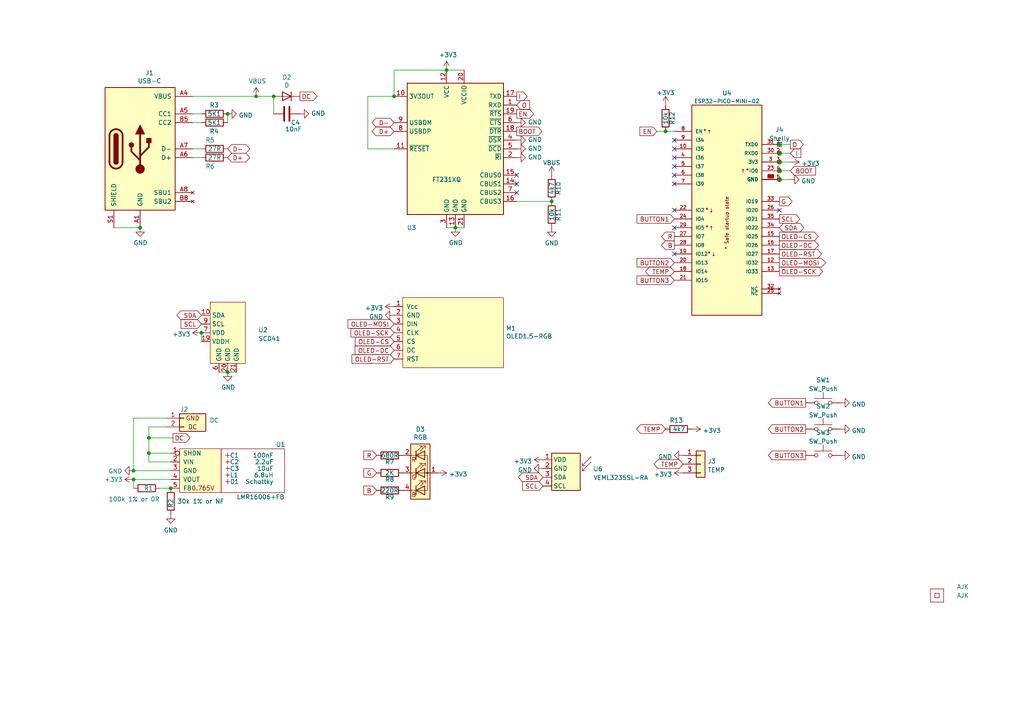
<source format=kicad_sch>
(kicad_sch (version 20211123) (generator eeschema)
  (paper "A4")
  (title_block (title "1.5\" OLED Module driver with GPIO") (date "${DATE}") (rev "4") (company "Adrian Kennard / Andrews & Arnold Ltd") (comment 1 "@TheRealRevK") (comment 2 "www.me.uk"))
  (lib_symbols
    (symbol "Connector_Generic:Conn_01x03" (pin_names (offset 1.016) hide)
      (property "Reference" "J" (at 0 5.08 0))
      (property "Value" "Conn_01x03" (at 0 -5.08 0))
      (symbol "Conn_01x03_1_1"
        (rectangle (start -1.27 -2.413) (end 0 -2.667) (stroke (width 0.1524)))
        (rectangle (start -1.27 0.127) (end 0 -0.127) (stroke (width 0.1524)))
        (rectangle (start -1.27 2.667) (end 0 2.413) (stroke (width 0.1524)))
        (rectangle (start -1.27 3.81) (end 1.27 -3.81) (stroke (width 0.254)) (fill (type background)))
        (pin passive line (at -5.08 2.54 0) (length 3.81) (name "Pin_1") (number "1"))
        (pin passive line (at -5.08 0 0) (length 3.81) (name "Pin_2") (number "2"))
        (pin passive line (at -5.08 -2.54 0) (length 3.81) (name "Pin_3") (number "3"))
      )
    )
    (symbol "Device:C" (pin_numbers hide) (pin_names (offset 0.254))
      (property "Reference" "C" (at 0.635 2.54 0))
      (property "Value" "C" (at 0.635 -2.54 0))
      (symbol "C_0_1"
        (polyline (pts (xy -2.032 -0.762) (xy 2.032 -0.762)) (stroke (width 0.508)))
        (polyline (pts (xy -2.032 0.762) (xy 2.032 0.762)) (stroke (width 0.508)))
      )
      (symbol "C_1_1"
        (pin passive line (at 0 3.81 270) (length 2.794) (name "~") (number "1"))
        (pin passive line (at 0 -3.81 90) (length 2.794) (name "~") (number "2"))
      )
    )
    (symbol "Device:D" (pin_numbers hide) (pin_names (offset 1.016) hide)
      (property "Reference" "D" (at 0 2.54 0))
      (property "Value" "D" (at 0 -2.54 0))
      (symbol "D_0_1"
        (polyline (pts (xy -1.27 1.27) (xy -1.27 -1.27)) (stroke (width 0.254)))
        (polyline (pts (xy 1.27 0) (xy -1.27 0)))
        (polyline (pts (xy 1.27 1.27) (xy 1.27 -1.27) (xy -1.27 0) (xy 1.27 1.27)) (stroke (width 0.254)))
      )
      (symbol "D_1_1"
        (pin passive line (at -3.81 0 0) (length 2.54) (name "K") (number "1"))
        (pin passive line (at 3.81 0 180) (length 2.54) (name "A") (number "2"))
      )
    )
    (symbol "Device:LED_ARGB" (pin_names (offset 0) hide)
      (property "Reference" "D" (at 0 9.398 0))
      (property "Value" "LED_ARGB" (at 0 -8.89 0))
      (symbol "LED_ARGB_0_0"
        (text "B" (at -1.905 -6.35 0) (effects (font (size 1.27 1.27))))
        (text "G" (at -1.905 -1.27 0) (effects (font (size 1.27 1.27))))
        (text "R" (at -1.905 3.81 0) (effects (font (size 1.27 1.27))))
      )
      (symbol "LED_ARGB_0_1"
        (polyline (pts (xy -1.27 -5.08) (xy -2.54 -5.08)))
        (polyline (pts (xy -1.27 -5.08) (xy 1.27 -5.08)))
        (polyline (pts (xy -1.27 -3.81) (xy -1.27 -6.35)) (stroke (width 0.254)))
        (polyline (pts (xy -1.27 0) (xy -2.54 0)))
        (polyline (pts (xy -1.27 1.27) (xy -1.27 -1.27)) (stroke (width 0.254)))
        (polyline (pts (xy -1.27 5.08) (xy -2.54 5.08)))
        (polyline (pts (xy -1.27 5.08) (xy 1.27 5.08)))
        (polyline (pts (xy -1.27 6.35) (xy -1.27 3.81)) (stroke (width 0.254)))
        (polyline (pts (xy 1.27 0) (xy -1.27 0)))
        (polyline (pts (xy 1.27 0) (xy 2.54 0)))
        (polyline (pts (xy -1.27 1.27) (xy -1.27 -1.27) (xy -1.27 -1.27)))
        (polyline (pts (xy -1.27 6.35) (xy -1.27 3.81) (xy -1.27 3.81)))
        (polyline (pts (xy 1.27 -5.08) (xy 2.032 -5.08) (xy 2.032 5.08) (xy 1.27 5.08)))
        (polyline (pts (xy 1.27 -3.81) (xy 1.27 -6.35) (xy -1.27 -5.08) (xy 1.27 -3.81)) (stroke (width 0.254)))
        (polyline (pts (xy 1.27 1.27) (xy 1.27 -1.27) (xy -1.27 0) (xy 1.27 1.27)) (stroke (width 0.254)))
        (polyline (pts (xy 1.27 6.35) (xy 1.27 3.81) (xy -1.27 5.08) (xy 1.27 6.35)) (stroke (width 0.254)))
        (polyline (pts (xy -1.016 -3.81) (xy 0.508 -2.286) (xy -0.254 -2.286) (xy 0.508 -2.286) (xy 0.508 -3.048)))
        (polyline (pts (xy -1.016 1.27) (xy 0.508 2.794) (xy -0.254 2.794) (xy 0.508 2.794) (xy 0.508 2.032)))
        (polyline (pts (xy -1.016 6.35) (xy 0.508 7.874) (xy -0.254 7.874) (xy 0.508 7.874) (xy 0.508 7.112)))
        (polyline (pts (xy 0 -3.81) (xy 1.524 -2.286) (xy 0.762 -2.286) (xy 1.524 -2.286) (xy 1.524 -3.048)))
        (polyline (pts (xy 0 1.27) (xy 1.524 2.794) (xy 0.762 2.794) (xy 1.524 2.794) (xy 1.524 2.032)))
        (polyline (pts (xy 0 6.35) (xy 1.524 7.874) (xy 0.762 7.874) (xy 1.524 7.874) (xy 1.524 7.112)))
        (rectangle (start 1.27 -1.27) (end 1.27 1.27))
        (rectangle (start 1.27 1.27) (end 1.27 1.27))
        (rectangle (start 1.27 3.81) (end 1.27 6.35))
        (rectangle (start 1.27 6.35) (end 1.27 6.35))
        (circle (center 2.032 0) (radius 0.254) (fill (type outline)))
        (rectangle (start 2.794 8.382) (end -2.794 -7.62) (stroke (width 0.254)) (fill (type background)))
      )
      (symbol "LED_ARGB_1_1"
        (pin passive line (at 5.08 0 180) (length 2.54) (name "A") (number "1"))
        (pin passive line (at -5.08 5.08 0) (length 2.54) (name "RK") (number "2"))
        (pin passive line (at -5.08 0 0) (length 2.54) (name "GK") (number "3"))
        (pin passive line (at -5.08 -5.08 0) (length 2.54) (name "BK") (number "4"))
      )
    )
    (symbol "Device:R" (pin_numbers hide) (pin_names (offset 0))
      (property "Reference" "R" (at 2.032 0 90))
      (property "Value" "R" (at 0 0 90))
      (symbol "R_0_1"
        (rectangle (start -1.016 -2.54) (end 1.016 2.54) (stroke (width 0.254)))
      )
      (symbol "R_1_1"
        (pin passive line (at 0 3.81 270) (length 1.27) (name "~") (number "1"))
        (pin passive line (at 0 -3.81 90) (length 1.27) (name "~") (number "2"))
      )
    )
    (symbol "RevK:AJK" (pin_names (offset 1.016)) (in_bom no)
      (property "Value" "AJK" (at 0 0 0))
    )
    (symbol "RevK:ESP32-PICO-MINI-02" (pin_names (offset 1.016))
      (property "Reference" "U" (at -10.16 -33.02 0))
      (property "Value" "ESP32-PICO-MINI-02" (at 0 27.94 0))
      (symbol "ESP32-PICO-MINI-02_0_0"
        (rectangle (start -10.16 -30.48) (end 10.16 30.48) (stroke (width 0.254)) (fill (type background)))
        (text "* Safe startup state" (at 0 -11.43 900) (effects (font (size 1 1)) (justify left)))
        (text "*↑" (at -6.985 22.86 0) (effects (font (size 1.27 1.27)) (justify left)))
        (text "*↑" (at -6.35 -5.08 0) (effects (font (size 1.27 1.27)) (justify left)))
        (text "*↓" (at -6.35 0 0) (effects (font (size 1.27 1.27)) (justify left)))
        (text "*↓" (at -5.715 -12.7 0) (effects (font (size 1.27 1.27)) (justify left)))
        (text "↑*" (at 3.81 11.43 0) (effects (font (size 1.27 1.27)) (justify left)))
        (pin power_in line (at 15.24 8.89 180) (length 5.08) (name "GND") (number "1"))
        (pin input line (at -15.24 17.78 0) (length 5.08) (name "I35") (number "10"))
        (pin power_in line (at 15.24 8.89 180) (length 5.08) (name "GND") (number "11"))
        (pin bidirectional line (at 15.24 -15.24 180) (length 5.08) (name "IO32") (number "12"))
        (pin bidirectional line (at 15.24 -17.78 180) (length 5.08) (name "IO33") (number "13"))
        (pin power_in line (at 15.24 8.89 180) (length 5.08) (name "GND") (number "14"))
        (pin bidirectional line (at 15.24 -7.62 180) (length 5.08) (name "IO25") (number "15"))
        (pin bidirectional line (at 15.24 -10.16 180) (length 5.08) (name "IO26") (number "16"))
        (pin bidirectional line (at 15.24 -12.7 180) (length 5.08) (name "IO27") (number "17"))
        (pin bidirectional line (at -15.24 -17.78 0) (length 5.08) (name "IO14") (number "18"))
        (pin bidirectional line (at -15.24 -12.7 0) (length 5.08) (name "IO12") (number "19"))
        (pin power_in line (at 15.24 8.89 180) (length 5.08) (name "GND") (number "2"))
        (pin bidirectional line (at -15.24 -15.24 0) (length 5.08) (name "IO13") (number "20"))
        (pin bidirectional line (at -15.24 -20.32 0) (length 5.08) (name "IO15") (number "21"))
        (pin bidirectional line (at -15.24 0 0) (length 5.08) (name "IO2") (number "22"))
        (pin bidirectional line (at 15.24 11.43 180) (length 5.08) (name "IO0") (number "23"))
        (pin bidirectional line (at -15.24 -2.54 0) (length 5.08) (name "IO4") (number "24"))
        (pin no_connect line (at 15.24 -24.13 180) (length 5.08) (name "NC") (number "25"))
        (pin bidirectional line (at 15.24 0 180) (length 5.08) (name "IO20") (number "26"))
        (pin bidirectional line (at -15.24 -7.62 0) (length 5.08) (name "IO7") (number "27"))
        (pin bidirectional line (at -15.24 -10.16 0) (length 5.08) (name "IO8") (number "28"))
        (pin bidirectional line (at -15.24 -5.08 0) (length 5.08) (name "IO5") (number "29"))
        (pin power_in line (at 15.24 13.97 180) (length 5.08) (name "3V3") (number "3"))
        (pin bidirectional line (at 15.24 16.51 180) (length 5.08) (name "RXD0") (number "30"))
        (pin bidirectional line (at 15.24 19.05 180) (length 5.08) (name "TXD0") (number "31"))
        (pin no_connect line (at 15.24 -22.86 180) (length 5.08) (name "NC") (number "32"))
        (pin bidirectional line (at 15.24 2.54 180) (length 5.08) (name "IO19") (number "33"))
        (pin bidirectional line (at 15.24 -5.08 180) (length 5.08) (name "IO22") (number "34"))
        (pin bidirectional line (at 15.24 -2.54 180) (length 5.08) (name "IO21") (number "35"))
        (pin power_in line (at 15.24 8.89 180) (length 5.08) (name "GND") (number "36"))
        (pin power_in line (at 15.24 8.89 180) (length 5.08) (name "GND") (number "37"))
        (pin power_in line (at 15.24 8.89 180) (length 5.08) (name "GND") (number "38"))
        (pin power_in line (at 15.24 8.89 180) (length 5.08) (name "GND") (number "39"))
        (pin input line (at -15.24 15.24 0) (length 5.08) (name "I36") (number "4"))
        (pin power_in line (at 15.24 8.89 180) (length 5.08) (name "GND") (number "40"))
        (pin power_in line (at 15.24 8.89 180) (length 5.08) (name "GND") (number "41"))
        (pin power_in line (at 15.24 8.89 180) (length 5.08) (name "GND") (number "42"))
        (pin power_in line (at 15.24 8.89 180) (length 5.08) (name "GND") (number "43"))
        (pin power_in line (at 15.24 8.89 180) (length 5.08) (name "GND") (number "44"))
        (pin power_in line (at 15.24 8.89 180) (length 5.08) (name "GND") (number "45"))
        (pin power_in line (at 15.24 8.89 180) (length 5.08) (name "GND") (number "46"))
        (pin power_in line (at 15.24 8.89 180) (length 5.08) (name "GND") (number "47"))
        (pin power_in line (at 15.24 8.89 180) (length 5.08) (name "GND") (number "48"))
        (pin power_in line (at 15.24 8.89 180) (length 5.08) (name "GND") (number "49"))
        (pin input line (at -15.24 12.7 0) (length 5.08) (name "I37") (number "5"))
        (pin power_in line (at 15.24 8.89 180) (length 5.08) (name "GND") (number "50"))
        (pin power_in line (at 15.24 8.89 180) (length 5.08) (name "GND") (number "51"))
        (pin power_in line (at 15.24 8.89 180) (length 5.08) (name "GND") (number "52"))
        (pin power_in line (at 15.24 8.89 180) (length 5.08) (name "GND") (number "53"))
        (pin input line (at -15.24 10.16 0) (length 5.08) (name "I38") (number "6"))
        (pin input line (at -15.24 7.62 0) (length 5.08) (name "I39") (number "7"))
        (pin input line (at -15.24 22.86 0) (length 5.08) (name "EN") (number "8"))
        (pin input line (at -15.24 20.32 0) (length 5.08) (name "I34") (number "9"))
      )
    )
    (symbol "RevK:FT231XQ"
      (property "Reference" "U" (at -13.97 20.32 0))
      (property "Value" "FT231XQ" (at 6.35 20.32 0))
      (symbol "FT231XQ_0_1"
        (rectangle (start -13.97 19.05) (end 13.97 -19.05) (stroke (width 0.254)) (fill (type background)))
      )
      (symbol "FT231XQ_1_1"
        (pin input line (at 17.78 12.7 180) (length 3.81) (name "RXD") (number "1"))
        (pin passive line (at -17.78 15.24 0) (length 3.81) (name "3V3OUT") (number "10"))
        (pin input line (at -17.78 0 0) (length 3.81) (name "~{RESET}") (number "11"))
        (pin power_in line (at -2.54 22.86 270) (length 3.81) (name "VCC") (number "12"))
        (pin power_in line (at 0 -22.86 90) (length 3.81) (name "GND") (number "13"))
        (pin bidirectional line (at 17.78 -10.16 180) (length 3.81) (name "CBUS1") (number "14"))
        (pin bidirectional line (at 17.78 -7.62 180) (length 3.81) (name "CBUS0") (number "15"))
        (pin bidirectional line (at 17.78 -15.24 180) (length 3.81) (name "CBUS3") (number "16"))
        (pin output line (at 17.78 15.24 180) (length 3.81) (name "TXD") (number "17"))
        (pin output line (at 17.78 5.08 180) (length 3.81) (name "~{DTR}") (number "18"))
        (pin output line (at 17.78 10.16 180) (length 3.81) (name "~{RTS}") (number "19"))
        (pin input line (at 17.78 -2.54 180) (length 3.81) (name "~{RI}") (number "2"))
        (pin power_in line (at 2.54 22.86 270) (length 3.81) (name "VCCIO") (number "20"))
        (pin power_in line (at 2.54 -22.86 90) (length 3.81) (name "GND") (number "21"))
        (pin power_in line (at -2.54 -22.86 90) (length 3.81) (name "GND") (number "3"))
        (pin input line (at 17.78 2.54 180) (length 3.81) (name "~{DSR}") (number "4"))
        (pin input line (at 17.78 0 180) (length 3.81) (name "~{DCD}") (number "5"))
        (pin input line (at 17.78 7.62 180) (length 3.81) (name "~{CTS}") (number "6"))
        (pin bidirectional line (at 17.78 -12.7 180) (length 3.81) (name "CBUS2") (number "7"))
        (pin bidirectional line (at -17.78 5.08 0) (length 3.81) (name "USBDP") (number "8"))
        (pin bidirectional line (at -17.78 7.62 0) (length 3.81) (name "USBDM") (number "9"))
      )
    )
    (symbol "RevK:Hidden" (pin_names (offset 1.016))
      (property "Reference" "Z" (at 0.635 0 0))
      (property "Value" "Hidden" (at 4.445 0 0))
      (symbol "Hidden_0_1"
        (polyline (pts (xy -0.635 0) (xy 0.635 0)) (stroke (width 0.1524)))
        (polyline (pts (xy 0 0.635) (xy 0 -0.635)) (stroke (width 0.1524)))
      )
      (symbol "Hidden_1_1"
        (pin no_connect non_logic (at 0 -2.54 90) (length 2.54) hide (name "~") (number "~"))
      )
    )
    (symbol "RevK:LMR16006+FB" (pin_names (offset 1.016))
      (property "Reference" "U" (at 11.43 2.54 0))
      (property "Value" "LMR16006+FB" (at 7.62 -12.7 0))
      (symbol "LMR16006+FB_0_0"
        (rectangle (start 2.54 1.27) (end 14.605 -11.43) (fill (type background)))
        (text "0.765V" (at 12.7 -10.16 0) (effects (font (size 1.27 1.27)) (justify right)))
      )
      (symbol "LMR16006+FB_0_1"
        (rectangle (start 14.605 1.27) (end 33.02 -11.43))
      )
      (symbol "LMR16006+FB_1_1"
        (pin input inverted (at 0 0 0) (length 2.54) (name "SHDN") (number "1"))
        (pin power_in line (at 0 -2.54 0) (length 2.54) (name "VIN") (number "2"))
        (pin power_in line (at 0 -5.08 0) (length 2.54) (name "GND") (number "3"))
        (pin power_out line (at 0 -7.62 0) (length 2.54) (name "VOUT") (number "4"))
        (pin passive line (at 0 -10.16 0) (length 2.54) (name "FB") (number "5"))
      )
    )
    (symbol "RevK:OLED1.5-RGB" (pin_names (offset 1.016))
      (property "Reference" "M" (at 17.78 2.54 0))
      (property "Value" "OLED1.5-RGB" (at 31.75 -1.27 0))
      (symbol "OLED1.5-RGB_0_1"
        (rectangle (start 2.54 0) (end 31.75 -20.32) (fill (type background)))
      )
      (symbol "OLED1.5-RGB_1_1"
        (pin power_in line (at 0 -2.54 0) (length 2.54) (name "Vcc") (number "1"))
        (pin power_in line (at 0 -5.08 0) (length 2.54) (name "GND") (number "2"))
        (pin input line (at 0 -7.62 0) (length 2.54) (name "DIN") (number "3"))
        (pin input line (at 0 -10.16 0) (length 2.54) (name "CLK") (number "4"))
        (pin input line (at 0 -12.7 0) (length 2.54) (name "CS") (number "5"))
        (pin input line (at 0 -15.24 0) (length 2.54) (name "DC") (number "6"))
        (pin input line (at 0 -17.78 0) (length 2.54) (name "RST") (number "7"))
      )
    )
    (symbol "RevK:PowerIn" (pin_names (offset 1.016) hide)
      (property "Reference" "J" (at 0 2.54 0))
      (property "Value" "PowerIn" (at 2.54 -5.08 0))
      (symbol "PowerIn_0_0"
        (text "DC" (at 2.54 -2.54 0) (effects (font (size 1.27 1.27))))
        (text "GND" (at 2.54 0 0) (effects (font (size 1.27 1.27))))
      )
      (symbol "PowerIn_1_1"
        (rectangle (start -1.27 -2.413) (end 0 -2.667) (stroke (width 0.1524)))
        (rectangle (start -1.27 0.127) (end 0 -0.127) (stroke (width 0.1524)))
        (rectangle (start -1.27 1.27) (end 6.35 -3.81) (stroke (width 0.254)) (fill (type background)))
        (pin power_in line (at -5.08 0 0) (length 3.81) (name "GND") (number "1"))
        (pin power_out line (at -5.08 -2.54 0) (length 3.81) (name "DC") (number "2"))
      )
    )
    (symbol "RevK:QR" (pin_names (offset 1.016)) (in_bom no)
      (symbol "QR_0_1"
        (rectangle (start -1.905 -1.905) (end -1.905 1.905))
        (rectangle (start -1.905 1.905) (end 1.905 1.905))
        (rectangle (start -0.635 -0.635) (end -0.635 0.635))
        (rectangle (start -0.635 0.635) (end 0.635 0.635))
        (rectangle (start 0.635 -0.635) (end -0.635 -0.635))
        (rectangle (start 0.635 0.635) (end 0.635 -0.635))
        (rectangle (start 1.905 -1.905) (end -1.905 -1.905))
        (rectangle (start 1.905 1.905) (end 1.905 -1.905))
      )
    )
    (symbol "RevK:SCD41"
      (property "Reference" "U" (at -1.27 10.16 0))
      (property "Value" "SCD41" (at 1.27 7.62 0))
      (symbol "SCD41_0_1"
        (rectangle (start -5.08 8.89) (end 5.08 -8.89) (stroke (width 0.1524)) (fill (type background)))
      )
      (symbol "SCD41_1_1"
        (pin no_connect non_logic (at 7.62 0 180) (length 2.54) hide (name "DNC") (number "1"))
        (pin bidirectional line (at -7.62 5.08 0) (length 2.54) (name "SDA") (number "10"))
        (pin no_connect line (at 7.62 5.08 180) (length 2.54) hide (name "DNC") (number "11"))
        (pin no_connect non_logic (at 7.62 -2.54 180) (length 2.54) hide (name "DNC") (number "12"))
        (pin no_connect non_logic (at 7.62 -5.08 180) (length 2.54) hide (name "DNC") (number "13"))
        (pin no_connect non_logic (at 7.62 -7.62 180) (length 2.54) hide (name "DNC") (number "14"))
        (pin no_connect non_logic (at 7.62 2.54 180) (length 2.54) hide (name "DNC") (number "15"))
        (pin no_connect non_logic (at 7.62 -1.27 180) (length 2.54) hide (name "DNC") (number "16"))
        (pin no_connect non_logic (at 7.62 -3.81 180) (length 2.54) hide (name "DNC") (number "17"))
        (pin no_connect non_logic (at 7.62 -6.35 180) (length 2.54) hide (name "DNC") (number "18"))
        (pin power_in line (at -7.62 -2.54 0) (length 2.54) (name "VDDH") (number "19"))
        (pin no_connect non_logic (at 7.62 3.81 180) (length 2.54) hide (name "DNC") (number "2"))
        (pin power_in line (at 0 -11.43 90) (length 2.54) (name "GND") (number "20"))
        (pin power_in line (at 2.54 -11.43 90) (length 2.54) (name "GND") (number "21"))
        (pin no_connect non_logic (at 7.62 1.27 180) (length 2.54) hide (name "DNC") (number "3"))
        (pin no_connect non_logic (at 7.62 6.35 180) (length 2.54) hide (name "DNC") (number "4"))
        (pin no_connect non_logic (at 7.62 7.62 180) (length 2.54) hide (name "DNC") (number "5"))
        (pin power_in line (at -2.54 -11.43 90) (length 2.54) (name "GND") (number "6"))
        (pin power_in line (at -7.62 0 0) (length 2.54) (name "VDD") (number "7"))
        (pin no_connect non_logic (at 7.62 -8.89 180) (length 2.54) hide (name "DNC") (number "8"))
        (pin input line (at -7.62 2.54 0) (length 2.54) (name "SCL") (number "9"))
      )
    )
    (symbol "RevK:Shelly" (in_bom no)
      (property "Reference" "J" (at 2.54 -8.255 0))
      (property "Value" "Shelly" (at 2.54 9.525 0))
      (symbol "Shelly_0_1"
        (rectangle (start -0.635 5.715) (end 0.635 4.445) (stroke (width 0.1524)))
        (circle (center 0 -5.08) (radius 0.635) (stroke (width 0.1524)))
        (circle (center 0 -2.54) (radius 0.635) (stroke (width 0.1524)))
        (circle (center 0 0) (radius 0.635) (stroke (width 0.1524)))
        (circle (center 0 2.54) (radius 0.635) (stroke (width 0.1524)))
      )
      (symbol "Shelly_1_1"
        (pin passive line (at 0 5.08 180) (length 0.64) (name "GND") (number "1"))
        (pin passive line (at 0 2.54 180) (length 0.64) (name "0") (number "2"))
        (pin passive line (at 0 0 180) (length 0.64) (name "3V3") (number "3"))
        (pin passive line (at 0 -2.54 180) (length 0.64) (name "Rx") (number "4"))
        (pin passive line (at 0 -5.08 180) (length 0.64) (name "Tx") (number "5"))
      )
    )
    (symbol "RevK:USB-C" (pin_names (offset 1.016))
      (property "Reference" "J" (at -10.16 19.05 0))
      (property "Value" "USB-C" (at -7.62 15.24 0))
      (symbol "USB-C_0_1"
        (rectangle (start -10.16 17.78) (end 10.16 -17.78) (stroke (width 0.254)) (fill (type background)))
        (arc (start -8.89 -3.81) (mid -6.985 -5.715) (end -5.08 -3.81) (stroke (width 0.508)))
        (arc (start -7.62 -3.81) (mid -6.985 -4.445) (end -6.35 -3.81) (stroke (width 0.254)))
        (arc (start -7.62 -3.81) (mid -6.985 -4.445) (end -6.35 -3.81) (stroke (width 0.254)) (fill (type outline)))
        (rectangle (start -7.62 -3.81) (end -6.35 3.81) (stroke (width 0.254)) (fill (type outline)))
        (arc (start -6.35 3.81) (mid -6.985 4.445) (end -7.62 3.81) (stroke (width 0.254)))
        (arc (start -6.35 3.81) (mid -6.985 4.445) (end -7.62 3.81) (stroke (width 0.254)) (fill (type outline)))
        (arc (start -5.08 3.81) (mid -6.985 5.715) (end -8.89 3.81) (stroke (width 0.508)))
        (circle (center -2.54 1.143) (radius 0.635) (stroke (width 0.254)) (fill (type outline)))
        (circle (center 0 -5.842) (radius 1.27) (fill (type outline)))
        (polyline (pts (xy -8.89 -3.81) (xy -8.89 3.81)) (stroke (width 0.508)))
        (polyline (pts (xy -5.08 3.81) (xy -5.08 -3.81)) (stroke (width 0.508)))
        (polyline (pts (xy 0 -5.842) (xy 0 4.318)) (stroke (width 0.508)))
        (polyline (pts (xy 0 -3.302) (xy -2.54 -0.762) (xy -2.54 0.508)) (stroke (width 0.508)))
        (polyline (pts (xy 0 -2.032) (xy 2.54 0.508) (xy 2.54 1.778)) (stroke (width 0.508)))
        (polyline (pts (xy -1.27 4.318) (xy 0 6.858) (xy 1.27 4.318) (xy -1.27 4.318)) (stroke (width 0.254)) (fill (type outline)))
        (rectangle (start 1.905 1.778) (end 3.175 3.048) (stroke (width 0.254)) (fill (type outline)))
      )
      (symbol "USB-C_1_1"
        (pin power_out line (at 0 -22.86 90) (length 5.08) (name "GND") (number "A1"))
        (pin passive line (at 0 -22.86 90) (length 5.08) hide (name "GND") (number "A12"))
        (pin power_out line (at 15.24 15.24 180) (length 5.08) (name "VBUS") (number "A4"))
        (pin bidirectional line (at 15.24 10.16 180) (length 5.08) (name "CC1") (number "A5"))
        (pin bidirectional line (at 15.24 -2.54 180) (length 5.08) (name "D+") (number "A6"))
        (pin bidirectional line (at 15.24 0 180) (length 5.08) (name "D-") (number "A7"))
        (pin no_connect line (at 15.24 -12.7 180) (length 5.08) (name "SBU1") (number "A8"))
        (pin passive line (at 15.24 15.24 180) (length 5.08) hide (name "VBUS") (number "A9"))
        (pin passive line (at 0 -22.86 90) (length 5.08) hide (name "GND") (number "B1"))
        (pin passive line (at 0 -22.86 90) (length 5.08) hide (name "GND") (number "B12"))
        (pin passive line (at 15.24 15.24 180) (length 5.08) hide (name "VBUS") (number "B4"))
        (pin bidirectional line (at 15.24 7.62 180) (length 5.08) (name "CC2") (number "B5"))
        (pin bidirectional line (at 15.24 -2.54 180) (length 5.08) hide (name "D+") (number "B6"))
        (pin bidirectional line (at 15.24 0 180) (length 5.08) hide (name "D-") (number "B7"))
        (pin no_connect line (at 15.24 -15.24 180) (length 5.08) (name "SBU2") (number "B8"))
        (pin passive line (at 15.24 15.24 180) (length 5.08) hide (name "VBUS") (number "B9"))
        (pin passive line (at -7.62 -22.86 90) (length 5.08) (name "SHIELD") (number "S1"))
      )
    )
    (symbol "RevK:VEML3235SL"
      (property "Reference" "U" (at 0 5.715 0))
      (property "Value" "VEML3235SL" (at 0 -6.985 0))
      (symbol "VEML3235SL_0_1"
        (rectangle (start -4.445 5.08) (end 3.81 -5.715) (stroke (width 0.254)) (fill (type background)))
        (polyline (pts (xy 4.445 0) (xy 4.445 0.762)))
        (polyline (pts (xy 4.445 0) (xy 5.207 0)))
        (polyline (pts (xy 4.445 0) (xy 6.985 2.54)))
        (polyline (pts (xy 4.445 1.524) (xy 4.445 2.286)))
        (polyline (pts (xy 4.445 1.524) (xy 5.207 1.524)))
        (polyline (pts (xy 4.445 1.524) (xy 6.985 4.064)))
      )
      (symbol "VEML3235SL_1_1"
        (pin power_in line (at -6.985 3.175 0) (length 2.54) (name "VDD") (number "1"))
        (pin power_in line (at -6.985 0.635 0) (length 2.54) (name "GND") (number "2"))
        (pin bidirectional line (at -6.985 -1.905 0) (length 2.54) (name "SDA") (number "3"))
        (pin bidirectional line (at -6.985 -4.445 0) (length 2.54) (name "SCL") (number "4"))
      )
    )
    (symbol "Switch:SW_Push" (pin_numbers hide) (pin_names (offset 1.016) hide)
      (property "Reference" "SW" (at 1.27 2.54 0))
      (property "Value" "SW_Push" (at 0 -1.524 0))
      (symbol "SW_Push_0_1"
        (circle (center -2.032 0) (radius 0.508))
        (polyline (pts (xy 0 1.27) (xy 0 3.048)))
        (polyline (pts (xy 2.54 1.27) (xy -2.54 1.27)))
        (circle (center 2.032 0) (radius 0.508))
        (pin passive line (at -5.08 0 0) (length 2.54) (name "1") (number "1"))
        (pin passive line (at 5.08 0 180) (length 2.54) (name "2") (number "2"))
      )
    )
    (symbol "power:+3.3V" (power) (pin_names (offset 0))
      (property "Value" "+3.3V" (at 0 3.556 0))
      (symbol "+3.3V_0_1"
        (polyline (pts (xy -0.762 1.27) (xy 0 2.54)))
        (polyline (pts (xy 0 0) (xy 0 2.54)))
        (polyline (pts (xy 0 2.54) (xy 0.762 1.27)))
      )
      (symbol "+3.3V_1_1"
        (pin power_in line (at 0 0 90) (length 0) hide (name "+3V3") (number "1"))
      )
    )
    (symbol "power:+3V3" (power) (pin_names (offset 0))
      (property "Value" "+3V3" (at 0 3.556 0))
      (symbol "+3V3_0_1"
        (polyline (pts (xy -0.762 1.27) (xy 0 2.54)))
        (polyline (pts (xy 0 0) (xy 0 2.54)))
        (polyline (pts (xy 0 2.54) (xy 0.762 1.27)))
      )
      (symbol "+3V3_1_1"
        (pin power_in line (at 0 0 90) (length 0) hide (name "+3V3") (number "1"))
      )
    )
    (symbol "power:GND" (power) (pin_names (offset 0))
      (property "Value" "GND" (at 0 -3.81 0))
      (symbol "GND_0_1"
        (polyline (pts (xy 0 0) (xy 0 -1.27) (xy 1.27 -1.27) (xy 0 -2.54) (xy -1.27 -1.27) (xy 0 -1.27)))
      )
      (symbol "GND_1_1"
        (pin power_in line (at 0 0 270) (length 0) hide (name "GND") (number "1"))
      )
    )
    (symbol "power:VBUS" (power) (pin_names (offset 0))
      (property "Value" "VBUS" (at 0 3.81 0))
      (symbol "VBUS_0_1"
        (polyline (pts (xy -0.762 1.27) (xy 0 2.54)))
        (polyline (pts (xy 0 0) (xy 0 2.54)))
        (polyline (pts (xy 0 2.54) (xy 0.762 1.27)))
      )
      (symbol "VBUS_1_1"
        (pin power_in line (at 0 0 90) (length 0) hide (name "VBUS") (number "1"))
      )
    )
  )
  (junction (at 226.06 41.91))
  (junction (at 160.02 58.42))
  (junction (at 129.54 20.32))
  (junction (at 58.42 96.52))
  (junction (at 43.18 131.445))
  (junction (at 193.04 38.1))
  (junction (at 114.3 27.94))
  (junction (at 74.295 27.94))
  (junction (at 226.06 44.45))
  (junction (at 132.08 66.04))
  (junction (at 226.06 52.07))
  (junction (at 43.18 127))
  (junction (at 49.53 141.605))
  (junction (at 38.735 139.065))
  (junction (at 66.04 107.95))
  (junction (at 226.06 46.99))
  (junction (at 66.04 33.02))
  (junction (at 40.64 66.04))
  (junction (at 226.06 49.53))
  (junction (at 79.375 27.94))
  (junction (at 38.735 136.525))
  (no_connect (at 149.86 55.88))
  (no_connect (at 195.58 66.04))
  (no_connect (at 226.06 60.96))
  (no_connect (at 149.86 50.8))
  (no_connect (at 149.86 53.34))
  (no_connect (at 195.58 50.8))
  (no_connect (at 195.58 53.34))
  (no_connect (at 195.58 40.64))
  (no_connect (at 195.58 45.72))
  (no_connect (at 195.58 43.18))
  (no_connect (at 195.58 60.96))
  (no_connect (at 195.58 48.26))
  (no_connect (at 195.58 73.66))
  (wire (pts (xy 226.06 46.99) (xy 229.235 46.99)))
  (wire (pts (xy 55.88 33.02) (xy 58.42 33.02)))
  (wire (pts (xy 55.88 27.94) (xy 74.295 27.94)))
  (wire (pts (xy 66.04 33.02) (xy 66.04 35.56)))
  (wire (pts (xy 38.735 136.525) (xy 49.53 136.525)))
  (wire (pts (xy 106.68 27.94) (xy 106.68 43.18)))
  (wire (pts (xy 79.375 27.94) (xy 79.375 33.02)))
  (wire (pts (xy 55.88 45.72) (xy 58.42 45.72)))
  (wire (pts (xy 193.04 38.1) (xy 195.58 38.1)))
  (wire (pts (xy 38.735 139.065) (xy 49.53 139.065)))
  (wire (pts (xy 43.18 127) (xy 50.165 127)))
  (wire (pts (xy 114.3 27.94) (xy 106.68 27.94)))
  (wire (pts (xy 33.02 66.04) (xy 40.64 66.04)))
  (wire (pts (xy 46.355 141.605) (xy 49.53 141.605)))
  (wire (pts (xy 226.06 41.91) (xy 229.235 41.91)))
  (wire (pts (xy 106.68 43.18) (xy 114.3 43.18)))
  (wire (pts (xy 58.42 96.52) (xy 58.42 99.06)))
  (wire (pts (xy 43.18 123.825) (xy 43.18 127)))
  (wire (pts (xy 48.26 123.825) (xy 43.18 123.825)))
  (wire (pts (xy 55.88 35.56) (xy 58.42 35.56)))
  (wire (pts (xy 226.06 52.07) (xy 229.235 52.07)))
  (wire (pts (xy 226.06 44.45) (xy 229.235 44.45)))
  (wire (pts (xy 74.295 27.94) (xy 79.375 27.94)))
  (wire (pts (xy 43.18 127) (xy 43.18 131.445)))
  (wire (pts (xy 114.3 20.32) (xy 129.54 20.32)))
  (wire (pts (xy 66.04 107.95) (xy 68.58 107.95)))
  (wire (pts (xy 226.06 49.53) (xy 229.235 49.53)))
  (wire (pts (xy 55.88 43.18) (xy 58.42 43.18)))
  (wire (pts (xy 114.3 27.94) (xy 114.3 20.32)))
  (wire (pts (xy 43.18 133.985) (xy 49.53 133.985)))
  (wire (pts (xy 38.735 121.285) (xy 48.26 121.285)))
  (wire (pts (xy 129.54 20.32) (xy 134.62 20.32)))
  (wire (pts (xy 43.18 131.445) (xy 49.53 131.445)))
  (wire (pts (xy 38.735 136.525) (xy 38.735 121.285)))
  (wire (pts (xy 38.735 139.065) (xy 38.735 141.605)))
  (wire (pts (xy 149.86 58.42) (xy 160.02 58.42)))
  (wire (pts (xy 129.54 66.04) (xy 132.08 66.04)))
  (wire (pts (xy 190.5 38.1) (xy 193.04 38.1)))
  (wire (pts (xy 43.18 131.445) (xy 43.18 133.985)))
  (wire (pts (xy 132.08 66.04) (xy 134.62 66.04)))
  (wire (pts (xy 63.5 107.95) (xy 66.04 107.95)))
  (global_label "B" (shape output) (at 195.58 71.12 180) (property "Intersheet References" "${INTERSHEET_REFS}" (effects hide)))
  (global_label "D+" (shape bidirectional) (at 114.3 38.1 180) (property "Intersheet References" "${INTERSHEET_REFS}" (effects hide)))
  (global_label "BOOT" (shape input) (at 229.235 49.53 0) (property "Intersheet References" "${INTERSHEET_REFS}" (effects hide)))
  (global_label "OLED-MOSI" (shape output) (at 226.06 76.2 0) (property "Intersheet References" "${INTERSHEET_REFS}" (effects hide)))
  (global_label "TEMP" (shape bidirectional) (at 198.12 134.62 180) (property "Intersheet References" "${INTERSHEET_REFS}" (effects hide)))
  (global_label "OLED-MOSI" (shape input) (at 114.3 93.98 180) (property "Intersheet References" "${INTERSHEET_REFS}" (effects hide)))
  (global_label "BUTTON2" (shape input) (at 195.58 76.2 180) (property "Intersheet References" "${INTERSHEET_REFS}" (effects hide)))
  (global_label "SCL" (shape output) (at 226.06 63.5 0) (property "Intersheet References" "${INTERSHEET_REFS}" (effects hide)))
  (global_label "I" (shape input) (at 229.235 44.45 0) (property "Intersheet References" "${INTERSHEET_REFS}" (effects hide)))
  (global_label "BUTTON3" (shape output) (at 233.68 132.08 180) (property "Intersheet References" "${INTERSHEET_REFS}" (effects hide)))
  (global_label "TEMP" (shape bidirectional) (at 195.58 78.74 180) (property "Intersheet References" "${INTERSHEET_REFS}" (effects hide)))
  (global_label "BUTTON3" (shape input) (at 195.58 81.28 180) (property "Intersheet References" "${INTERSHEET_REFS}" (effects hide)))
  (global_label "D-" (shape bidirectional) (at 66.04 43.18 0) (property "Intersheet References" "${INTERSHEET_REFS}" (effects hide)))
  (global_label "B" (shape input) (at 109.22 142.24 180) (property "Intersheet References" "${INTERSHEET_REFS}" (effects hide)))
  (global_label "EN" (shape output) (at 149.86 33.02 0) (property "Intersheet References" "${INTERSHEET_REFS}" (effects hide)))
  (global_label "G" (shape input) (at 109.22 137.16 180) (property "Intersheet References" "${INTERSHEET_REFS}" (effects hide)))
  (global_label "SDA" (shape bidirectional) (at 157.48 138.43 180) (property "Intersheet References" "${INTERSHEET_REFS}" (effects hide)))
  (global_label "OLED-SCK" (shape output) (at 226.06 78.74 0) (property "Intersheet References" "${INTERSHEET_REFS}" (effects hide)))
  (global_label "OLED-CS" (shape output) (at 226.06 68.58 0) (property "Intersheet References" "${INTERSHEET_REFS}" (effects hide)))
  (global_label "OLED-SCK" (shape input) (at 114.3 96.52 180) (property "Intersheet References" "${INTERSHEET_REFS}" (effects hide)))
  (global_label "DC" (shape output) (at 86.995 27.94 0) (property "Intersheet References" "${INTERSHEET_REFS}" (effects hide)))
  (global_label "DC" (shape output) (at 50.165 127 0) (property "Intersheet References" "${INTERSHEET_REFS}" (effects hide)))
  (global_label "OLED-RST" (shape input) (at 114.3 104.14 180) (property "Intersheet References" "${INTERSHEET_REFS}" (effects hide)))
  (global_label "SCL" (shape input) (at 58.42 93.98 180) (property "Intersheet References" "${INTERSHEET_REFS}" (effects hide)))
  (global_label "SCL" (shape input) (at 157.48 140.97 180) (property "Intersheet References" "${INTERSHEET_REFS}" (effects hide)))
  (global_label "I" (shape output) (at 149.86 27.94 0) (property "Intersheet References" "${INTERSHEET_REFS}" (effects hide)))
  (global_label "BOOT" (shape output) (at 149.86 38.1 0) (property "Intersheet References" "${INTERSHEET_REFS}" (effects hide)))
  (global_label "BUTTON2" (shape output) (at 233.68 124.46 180) (property "Intersheet References" "${INTERSHEET_REFS}" (effects hide)))
  (global_label "D-" (shape bidirectional) (at 114.3 35.56 180) (property "Intersheet References" "${INTERSHEET_REFS}" (effects hide)))
  (global_label "R" (shape output) (at 195.58 68.58 180) (property "Intersheet References" "${INTERSHEET_REFS}" (effects hide)))
  (global_label "G" (shape output) (at 226.06 58.42 0) (property "Intersheet References" "${INTERSHEET_REFS}" (effects hide)))
  (global_label "OLED-DC" (shape output) (at 226.06 71.12 0) (property "Intersheet References" "${INTERSHEET_REFS}" (effects hide)))
  (global_label "EN" (shape input) (at 190.5 38.1 180) (property "Intersheet References" "${INTERSHEET_REFS}" (effects hide)))
  (global_label "BUTTON1" (shape input) (at 195.58 63.5 180) (property "Intersheet References" "${INTERSHEET_REFS}" (effects hide)))
  (global_label "R" (shape input) (at 109.22 132.08 180) (property "Intersheet References" "${INTERSHEET_REFS}" (effects hide)))
  (global_label "TEMP" (shape bidirectional) (at 193.04 124.46 180) (property "Intersheet References" "${INTERSHEET_REFS}" (effects hide)))
  (global_label "SDA" (shape bidirectional) (at 226.06 66.04 0) (property "Intersheet References" "${INTERSHEET_REFS}" (effects hide)))
  (global_label "O" (shape input) (at 149.86 30.48 0) (property "Intersheet References" "${INTERSHEET_REFS}" (effects hide)))
  (global_label "BUTTON1" (shape output) (at 233.68 116.84 180) (property "Intersheet References" "${INTERSHEET_REFS}" (effects hide)))
  (global_label "OLED-DC" (shape input) (at 114.3 101.6 180) (property "Intersheet References" "${INTERSHEET_REFS}" (effects hide)))
  (global_label "SDA" (shape bidirectional) (at 58.42 91.44 180) (property "Intersheet References" "${INTERSHEET_REFS}" (effects hide)))
  (global_label "D+" (shape bidirectional) (at 66.04 45.72 0) (property "Intersheet References" "${INTERSHEET_REFS}" (effects hide)))
  (global_label "OLED-CS" (shape input) (at 114.3 99.06 180) (property "Intersheet References" "${INTERSHEET_REFS}" (effects hide)))
  (global_label "OLED-RST" (shape output) (at 226.06 73.66 0) (property "Intersheet References" "${INTERSHEET_REFS}" (effects hide)))
  (global_label "O" (shape output) (at 229.235 41.91 0) (property "Intersheet References" "${INTERSHEET_REFS}" (effects hide)))
  (symbol (lib_id "RevK:USB-C") (at 40.64 43.18 0) (unit 1)
    (property "Reference" "J1" (at 43.3578 21.1582 0))
    (property "Value" "USB-C" (at 43.3578 23.4696 0))
    (property "Footprint" "RevK:USC16-TR" (effects hide))
    (property "Datasheet" "https://www.usb.org/sites/default/files/documents/usb_type-c.zip" (effects hide))
  )
  (symbol (lib_id "power:GND") (at 40.64 66.04 0) (unit 1)
    (property "Reference" "#PWR03" (effects hide))
    (property "Value" "GND" (at 40.767 70.4342 0))
  )
  (symbol (lib_id "power:GND") (at 66.04 107.95 0) (unit 1)
    (property "Reference" "#PWR07" (effects hide))
    (property "Value" "GND" (at 66.167 112.3442 0))
  )
  (symbol (lib_id "power:+3V3") (at 129.54 20.32 0) (unit 1)
    (property "Reference" "#PWR013" (effects hide))
    (property "Value" "+3V3" (at 129.921 15.9258 0))
  )
  (symbol (lib_id "Device:R") (at 62.23 35.56 90) (unit 1)
    (property "Reference" "R4" (at 63.5 38.1 90) (effects (justify left)))
    (property "Value" "5K1" (at 64.135 35.56 90) (effects (justify left)))
    (property "Footprint" "RevK:R_0603" (effects hide))
  )
  (symbol (lib_id "Device:R") (at 62.23 33.02 90) (unit 1)
    (property "Reference" "R3" (at 63.5 30.48 90) (effects (justify left)))
    (property "Value" "5K1" (at 64.135 33.02 90) (effects (justify left)))
    (property "Footprint" "RevK:R_0603" (effects hide))
  )
  (symbol (lib_id "RevK:OLED1.5-RGB") (at 114.3 86.36 0) (unit 1) (in_bom no)
    (property "Reference" "M1" (at 146.7612 95.2246 0) (effects (justify left)))
    (property "Value" "OLED1.5-RGB" (at 146.7612 97.536 0) (effects (justify left)))
    (property "Footprint" "RevK:OLED1.5-RGB" (effects hide))
  )
  (symbol (lib_id "RevK:AJK") (at 276.86 172.72 0) (unit 1) (in_bom no)
    (property "Reference" "Logo2" (effects hide))
    (property "Value" "AJK" (at 277.495 172.72 0) (effects (justify left)))
    (property "Footprint" "RevK:AJK" (effects hide))
    (property "Note" "Non part, PCB printed" (effects hide))
  )
  (symbol (lib_id "RevK:FT231XQ") (at 132.08 43.18 0) (unit 1)
    (property "Reference" "U3" (at 119.38 66.04 0))
    (property "Value" "FT231XQ" (at 129.54 52.07 0))
    (property "Footprint" "RevK:QFN-20-1EP_4x4mm_P0.5mm_EP2.5x2.5mm" (effects hide))
    (property "Datasheet" "https://www.ftdichip.com/Support/Documents/DataSheets/ICs/DS_FT231X.pdf" (effects hide))
  )
  (symbol (lib_id "power:GND") (at 149.86 35.56 90) (unit 1)
    (property "Reference" "#PWR015" (effects hide))
    (property "Value" "GND" (at 153.1112 35.433 90) (effects (justify right)))
  )
  (symbol (lib_id "power:GND") (at 149.86 40.64 90) (unit 1)
    (property "Reference" "#PWR016" (effects hide))
    (property "Value" "GND" (at 153.1112 40.513 90) (effects (justify right)))
  )
  (symbol (lib_id "power:GND") (at 149.86 43.18 90) (unit 1)
    (property "Reference" "#PWR017" (effects hide))
    (property "Value" "GND" (at 153.1112 43.053 90) (effects (justify right)))
  )
  (symbol (lib_id "power:GND") (at 149.86 45.72 90) (unit 1)
    (property "Reference" "#PWR018" (effects hide))
    (property "Value" "GND" (at 153.1112 45.593 90) (effects (justify right)))
  )
  (symbol (lib_id "power:GND") (at 132.08 66.04 0) (unit 1)
    (property "Reference" "#PWR014" (effects hide))
    (property "Value" "GND" (at 132.207 70.4342 0))
  )
  (symbol (lib_id "Device:R") (at 113.03 142.24 270) (unit 1)
    (property "Reference" "R9" (at 113.03 144.145 90))
    (property "Value" "220R" (at 113.03 142.24 90))
    (property "Footprint" "RevK:R_0603" (effects hide))
  )
  (symbol (lib_id "power:+3.3V") (at 127 137.16 270) (unit 1)
    (property "Reference" "#PWR012" (effects hide))
    (property "Value" "+3.3V" (at 130.2512 137.541 90) (effects (justify left)))
  )
  (symbol (lib_id "Device:LED_ARGB") (at 121.92 137.16 0) (unit 1)
    (property "Reference" "D3" (at 121.92 124.5362 0))
    (property "Value" "RGB" (at 121.92 126.8476 0))
    (property "Footprint" "RevK:LED-RGB-1.6x1.6" (effects hide))
  )
  (symbol (lib_id "Device:R") (at 113.03 132.08 270) (unit 1)
    (property "Reference" "R7" (at 113.03 133.985 90))
    (property "Value" "680R" (at 113.03 132.08 90))
    (property "Footprint" "RevK:R_0603" (effects hide))
  )
  (symbol (lib_id "Device:R") (at 113.03 137.16 270) (unit 1)
    (property "Reference" "R8" (at 113.03 139.065 90))
    (property "Value" "2K" (at 113.03 137.16 90))
    (property "Footprint" "RevK:R_0603" (effects hide))
  )
  (symbol (lib_id "RevK:Hidden") (at 66.04 132.08 0) (unit 1)
    (property "Reference" "C1" (at 66.675 132.08 0) (effects (justify left)))
    (property "Value" "100nF" (at 79.375 132.08 0) (effects (justify right)))
    (property "Footprint" "RevK:C_0603_" (effects hide))
    (property "Note" "X7R or X5R 0603" (effects hide))
  )
  (symbol (lib_id "RevK:Hidden") (at 66.04 133.985 0) (unit 1)
    (property "Reference" "C2" (at 66.675 133.985 0) (effects (justify left)))
    (property "Value" "2.2uF" (at 79.375 133.985 0) (effects (justify right)))
    (property "Footprint" "RevK:C_0805_" (effects hide))
    (property "Note" "0603 or 0805" (effects hide))
  )
  (symbol (lib_id "RevK:Hidden") (at 66.04 135.89 0) (unit 1)
    (property "Reference" "C3" (at 66.675 135.89 0) (effects (justify left)))
    (property "Value" "10uF" (at 79.375 135.89 0) (effects (justify right)))
    (property "Footprint" "RevK:C_0805_" (effects hide))
    (property "Note" "0603 or 0805" (effects hide))
  )
  (symbol (lib_id "RevK:Hidden") (at 66.04 137.795 0) (unit 1)
    (property "Reference" "L1" (at 66.675 137.795 0) (effects (justify left)))
    (property "Value" "6.8uH" (at 79.375 137.795 0) (effects (justify right)))
    (property "Footprint" "RevK:L_4x4_" (effects hide))
    (property "Datasheet" "https://www.mouser.co.uk/datasheet/2/987/Laird_Performance_TYA4020_series__Rev_A_-1877538.pdf" (effects hide))
    (property "Manufacturer" "Laird" (effects hide))
    (property "Part No" "TYA4020" (effects hide))
  )
  (symbol (lib_id "RevK:Hidden") (at 66.04 139.7 0) (unit 1)
    (property "Reference" "D1" (at 66.675 139.7 0) (effects (justify left)))
    (property "Value" "Schottky" (at 79.375 139.7 0) (effects (justify right)))
    (property "Footprint" "RevK:D_1206_" (effects hide))
    (property "Datasheet" "https://www.mouser.co.uk/datasheet/2/54/CD1206-B220_B2100-777245.pdf" (effects hide))
    (property "Manufacturer" "Bourns" (effects hide))
    (property "Part No" "CD1206-B2100" (effects hide))
  )
  (symbol (lib_id "power:GND") (at 160.02 66.04 0) (unit 1)
    (property "Reference" "#PWR020" (effects hide))
    (property "Value" "GND" (at 160.02 70.4834 0))
  )
  (symbol (lib_id "RevK:PowerIn") (at 53.34 121.285 0) (unit 1)
    (property "Reference" "J2" (at 54.61 118.745 0) (effects (justify right)))
    (property "Value" "DC" (at 63.5 121.92 0) (effects (justify right)))
    (property "Footprint" "RevK:Molex_MiniSPOX_H2RA" (effects hide))
    (property "Notes" "Not fitted" (effects hide))
  )
  (symbol (lib_id "power:GND") (at 49.53 149.225 0) (unit 1)
    (property "Reference" "#PWR04" (effects hide))
    (property "Value" "GND" (at 49.53 153.7875 0))
  )
  (symbol (lib_id "power:GND") (at 114.3 91.44 270) (unit 1)
    (property "Reference" "#PWR011" (effects hide))
    (property "Value" "GND" (at 111.1251 91.8738 90) (effects (justify right)))
  )
  (symbol (lib_id "power:+3.3V") (at 157.48 133.35 90) (unit 1)
    (property "Reference" "#PWR0104" (effects hide))
    (property "Value" "+3.3V" (at 154.305 133.7838 90) (effects (justify left)))
  )
  (symbol (lib_id "RevK:Shelly") (at 226.06 46.99 0) (unit 1) (in_bom no)
    (property "Reference" "J4" (at 226.06 37.626 0))
    (property "Value" "Shelly" (at 226.06 40.1629 0))
    (property "Footprint" "RevK:Shelly" (effects hide))
  )
  (symbol (lib_id "power:GND") (at 198.12 132.08 270) (unit 1)
    (property "Reference" "#PWR022" (effects hide))
    (property "Value" "GND" (at 194.9451 132.5138 90) (effects (justify right)))
  )
  (symbol (lib_id "power:GND") (at 243.84 124.46 90) (unit 1)
    (property "Reference" "#PWR0102" (effects hide))
    (property "Value" "GND" (at 247.015 124.8938 90) (effects (justify right)))
  )
  (symbol (lib_id "power:GND") (at 243.84 116.84 90) (unit 1)
    (property "Reference" "#PWR0101" (effects hide))
    (property "Value" "GND" (at 247.015 117.2738 90) (effects (justify right)))
  )
  (symbol (lib_id "power:VBUS") (at 74.295 27.94 0) (unit 1)
    (property "Reference" "#PWR08" (effects hide))
    (property "Value" "VBUS" (at 74.676 23.5458 0))
  )
  (symbol (lib_id "power:+3.3V") (at 38.735 139.065 90) (unit 1)
    (property "Reference" "#PWR02" (effects hide))
    (property "Value" "+3.3V" (at 35.56 139.065 90) (effects (justify left)))
  )
  (symbol (lib_id "power:+3.3V") (at 58.42 96.52 90) (unit 1)
    (property "Reference" "#PWR05" (effects hide))
    (property "Value" "+3.3V" (at 55.245 96.9538 90) (effects (justify left)))
  )
  (symbol (lib_id "power:+3.3V") (at 114.3 88.9 90) (unit 1)
    (property "Reference" "#PWR010" (effects hide))
    (property "Value" "+3.3V" (at 111.125 89.3338 90) (effects (justify left)))
  )
  (symbol (lib_id "power:GND") (at 243.84 132.08 90) (unit 1)
    (property "Reference" "#PWR0103" (effects hide))
    (property "Value" "GND" (at 247.015 132.5138 90) (effects (justify right)))
  )
  (symbol (lib_id "Connector_Generic:Conn_01x03") (at 203.2 134.62 0) (unit 1) (in_bom no)
    (property "Reference" "J3" (at 205.232 133.7853 0) (effects (justify left)))
    (property "Value" "TEMP" (at 205.232 136.3222 0) (effects (justify left)))
    (property "Footprint" "RevK:Molex_MiniSPOX_H3RA" (effects hide))
  )
  (symbol (lib_id "power:GND") (at 86.995 33.02 90) (unit 1)
    (property "Reference" "#PWR09" (effects hide))
    (property "Value" "GND" (at 90.2462 32.893 90) (effects (justify right)))
  )
  (symbol (lib_id "power:+3.3V") (at 193.04 30.48 0) (unit 1)
    (property "Reference" "#PWR021" (effects hide))
    (property "Value" "+3.3V" (at 193.04 26.9042 0))
  )
  (symbol (lib_id "power:GND") (at 229.235 52.07 90) (unit 1)
    (property "Reference" "#PWR026" (effects hide))
    (property "Value" "GND" (at 232.41 52.5038 90) (effects (justify right)))
  )
  (symbol (lib_id "Device:R") (at 196.85 124.46 90) (unit 1)
    (property "Reference" "R13" (at 198.12 121.92 90) (effects (justify left)))
    (property "Value" "4k7" (at 198.755 124.46 90) (effects (justify left)))
    (property "Footprint" "RevK:R_0603" (effects hide))
  )
  (symbol (lib_id "Switch:SW_Push") (at 238.76 116.84 0) (unit 1)
    (property "Reference" "SW1" (at 238.76 110.2192 0))
    (property "Value" "SW_Push" (at 238.76 112.7561 0))
    (property "Footprint" "Button_Switch_THT:SW_PUSH_6mm_H13mm" (effects hide))
  )
  (symbol (lib_id "power:+3.3V") (at 198.12 137.16 90) (unit 1)
    (property "Reference" "#PWR023" (effects hide))
    (property "Value" "+3.3V" (at 194.945 137.5938 90) (effects (justify left)))
  )
  (symbol (lib_id "power:GND") (at 157.48 135.89 270) (unit 1)
    (property "Reference" "#PWR0105" (effects hide))
    (property "Value" "GND" (at 154.3051 136.3238 90) (effects (justify right)))
  )
  (symbol (lib_id "Switch:SW_Push") (at 238.76 124.46 0) (unit 1)
    (property "Reference" "SW2" (at 238.76 117.8392 0))
    (property "Value" "SW_Push" (at 238.76 120.3761 0))
    (property "Footprint" "Button_Switch_THT:SW_PUSH_6mm_H13mm" (effects hide))
  )
  (symbol (lib_id "RevK:QR") (at 271.78 172.72 0) (unit 1) (in_bom no)
    (property "Reference" "U5" (effects hide))
    (property "Value" "QR" (effects hide))
    (property "Footprint" "RevK:QR-ENVMON" (effects hide))
    (property "Note" "Non part, PCB printed" (effects hide))
  )
  (symbol (lib_id "power:GND") (at 66.04 33.02 90) (unit 1)
    (property "Reference" "#PWR06" (effects hide))
    (property "Value" "GND" (at 69.215 33.4538 90) (effects (justify right)))
  )
  (symbol (lib_id "RevK:SCD41") (at 66.04 96.52 0) (unit 1)
    (property "Reference" "U2" (at 74.93 95.6853 0) (effects (justify left)))
    (property "Value" "SCD41" (at 74.93 98.2222 0) (effects (justify left)))
    (property "Footprint" "RevK:SCD41" (effects hide))
    (property "Datasheet" "https://www.mouser.co.uk/datasheet/2/682/Sensirion_CO2_Sensors_SCD4x_Datasheet-2321195.pdf" (effects hide))
  )
  (symbol (lib_id "Device:R") (at 42.545 141.605 90) (unit 1)
    (property "Reference" "R1" (at 44.45 141.605 90) (effects (justify left)))
    (property "Value" "100k 1% or 0R" (at 46.355 144.78 90) (effects (justify left)))
    (property "Footprint" "RevK:R_0603" (effects hide))
  )
  (symbol (lib_id "Device:R") (at 62.23 45.72 90) (unit 1)
    (property "Reference" "R6" (at 60.96 48.26 90))
    (property "Value" "27R" (at 62.23 45.72 90))
    (property "Footprint" "RevK:R_0603" (effects hide))
  )
  (symbol (lib_id "power:+3.3V") (at 200.66 124.46 270) (unit 1)
    (property "Reference" "#PWR024" (effects hide))
    (property "Value" "+3.3V" (at 203.835 124.8938 90) (effects (justify left)))
  )
  (symbol (lib_id "Switch:SW_Push") (at 238.76 132.08 0) (unit 1)
    (property "Reference" "SW3" (at 238.76 125.4592 0))
    (property "Value" "SW_Push" (at 238.76 127.9961 0))
    (property "Footprint" "Button_Switch_THT:SW_PUSH_6mm_H13mm" (effects hide))
  )
  (symbol (lib_id "RevK:LMR16006+FB") (at 49.53 131.445 0) (unit 1)
    (property "Reference" "U1" (at 80.01 128.905 0) (effects (justify left)))
    (property "Value" "LMR16006+FB" (at 68.58 144.145 0) (effects (justify left)))
    (property "Footprint" "RevK:RegulatorBlockFB" (effects hide))
    (property "Manufacturer" "TI" (effects hide))
    (property "Part No" "LMR16006YQ3" (effects hide))
  )
  (symbol (lib_id "Device:C") (at 83.185 33.02 270) (unit 1)
    (property "Reference" "C4" (at 85.725 35.56 90))
    (property "Value" "10nF" (at 85.09 37.465 90))
    (property "Footprint" "RevK:C_0603" (effects hide))
  )
  (symbol (lib_id "Device:R") (at 193.04 34.29 0) (unit 1)
    (property "Reference" "R12" (at 194.945 34.29 90))
    (property "Value" "10k" (at 193.04 34.29 90))
    (property "Footprint" "RevK:R_0603" (effects hide))
  )
  (symbol (lib_id "RevK:ESP32-PICO-MINI-02") (at 210.82 60.96 0) (unit 1)
    (property "Reference" "U4" (at 210.82 26.9698 0))
    (property "Value" "ESP32-PICO-MINI-02" (at 210.82 29.3539 0) (effects (font (size 1.1 1.1))))
    (property "Footprint" "RevK:ESP32-PICO-MINI-02" (effects hide))
    (property "MANUFACTURER" "Espressif" (effects hide))
    (property "MAXIMUM_PACKAGE_HEIGHT" "2.55mm" (effects hide))
    (property "PARTREV" "v1.0" (effects hide))
    (property "STANDARD" "Manufacturer Recommendations" (effects hide))
  )
  (symbol (lib_id "RevK:AJK") (at 276.86 170.18 0) (unit 1) (in_bom no)
    (property "Reference" "Logo1" (effects hide))
    (property "Value" "AJK" (at 277.495 170.18 0) (effects (justify left)))
    (property "Footprint" "RevK:AJK" (effects hide))
    (property "Note" "Non part, PCB printed" (effects hide))
  )
  (symbol (lib_id "power:GND") (at 38.735 136.525 270) (unit 1)
    (property "Reference" "#PWR01" (effects hide))
    (property "Value" "GND" (at 35.4838 136.652 90) (effects (justify right)))
  )
  (symbol (lib_id "Device:R") (at 160.02 62.23 0) (unit 1)
    (property "Reference" "R11" (at 161.925 62.23 90))
    (property "Value" "10k" (at 160.02 62.23 90))
    (property "Footprint" "RevK:R_0603" (effects hide))
  )
  (symbol (lib_id "Device:D") (at 83.185 27.94 180) (unit 1)
    (property "Reference" "D2" (at 83.185 22.4282 0))
    (property "Value" "D" (at 83.185 24.7396 0))
    (property "Footprint" "RevK:D_1206" (effects hide))
  )
  (symbol (lib_id "power:+3.3V") (at 229.235 46.99 270) (unit 1)
    (property "Reference" "#PWR025" (effects hide))
    (property "Value" "+3.3V" (at 232.41 47.4238 90) (effects (justify left)))
  )
  (symbol (lib_id "Device:R") (at 62.23 43.18 90) (unit 1)
    (property "Reference" "R5" (at 60.96 40.64 90))
    (property "Value" "27R" (at 62.23 43.18 90))
    (property "Footprint" "RevK:R_0603" (effects hide))
  )
  (symbol (lib_id "RevK:VEML3235SL") (at 164.465 136.525 0) (unit 1)
    (property "Reference" "U6" (at 172.085 136.0078 0) (effects (justify left)))
    (property "Value" "VEML3235SL-RA" (at 172.085 138.5447 0) (effects (justify left)))
    (property "Footprint" "RevK:VEML3235SL-RA" (effects hide))
  )
  (symbol (lib_id "Device:R") (at 49.53 145.415 180) (unit 1)
    (property "Reference" "R2" (at 49.53 147.32 90) (effects (justify right)))
    (property "Value" "30k 1% or NF" (at 51.435 145.415 0) (effects (justify right)))
    (property "Footprint" "RevK:R_0603" (effects hide))
  )
  (symbol (lib_id "Device:R") (at 160.02 54.61 0) (unit 1)
    (property "Reference" "R10" (at 161.925 54.61 90))
    (property "Value" "4k7" (at 160.02 54.61 90))
    (property "Footprint" "RevK:R_0603" (effects hide))
  )
  (symbol (lib_id "power:VBUS") (at 160.02 50.8 0) (unit 1)
    (property "Reference" "#PWR019" (effects hide))
    (property "Value" "VBUS" (at 160.02 47.2242 0))
  )
)
</source>
